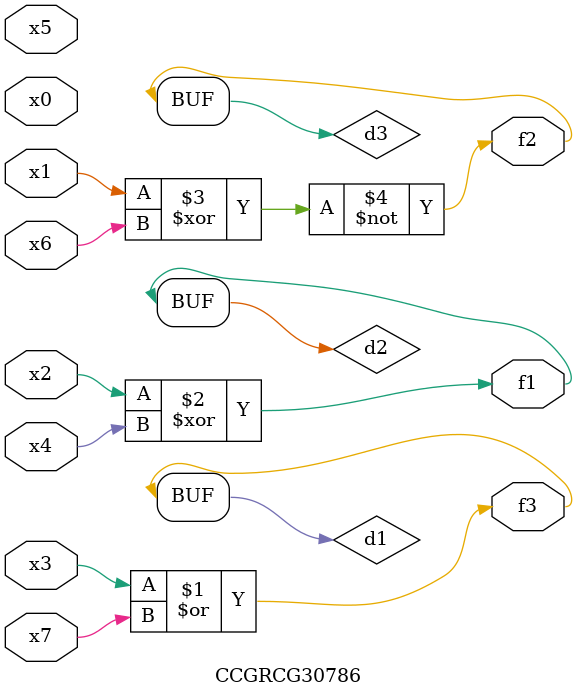
<source format=v>
module CCGRCG30786(
	input x0, x1, x2, x3, x4, x5, x6, x7,
	output f1, f2, f3
);

	wire d1, d2, d3;

	or (d1, x3, x7);
	xor (d2, x2, x4);
	xnor (d3, x1, x6);
	assign f1 = d2;
	assign f2 = d3;
	assign f3 = d1;
endmodule

</source>
